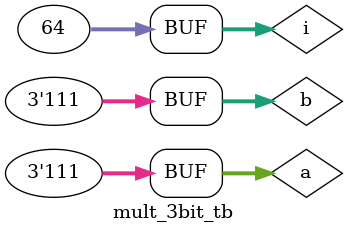
<source format=v>
`timescale 1ns / 1ps

module mult_3bit(
    input [2:0] a,b,
    output [5:0] x
    );
    wire w0,w1,w2,w3,w4,w5,w6,w7,w8,s0,s1,s2,s3,s4,s5;
and g1(w8,a[0],b[0]);   
and g2(w0,a[1],b[0]);
and g3(w1,a[0],b[1]);
and g4(w2,a[2],b[0]);
and g5(w3,a[1],b[1]);
and g6(w4,a[0],b[2]);
and g7(w5,a[2],b[1]);
and g8(w6,a[1],b[2]);
and g9(w7,a[2],b[2]);

ripple_adder r1(w8,w0,w2,0,0,0,w1,w3,w5,0,s0,s1,s2,s3,s4,s5);
ripple_adder r2(0,0,w4,w6,w7,s0,s1,s2,s3,s4,x[0],x[1],x[2],x[3],x[4],x[5]);
endmodule
///////////////////////////////////////////////////////////////////////////



module mult_3bit_tb;
    reg [2:0] a,b;
    wire [5:0] x;
    mult_3bit uut(.a(a), 
                  .b(b),
                  .x(x)
                  );
    integer i;
    initial 
    begin
    for(i=0;i<64;i=i+1)
       #1 {a,b}=i;
    end
   
endmodule
</source>
